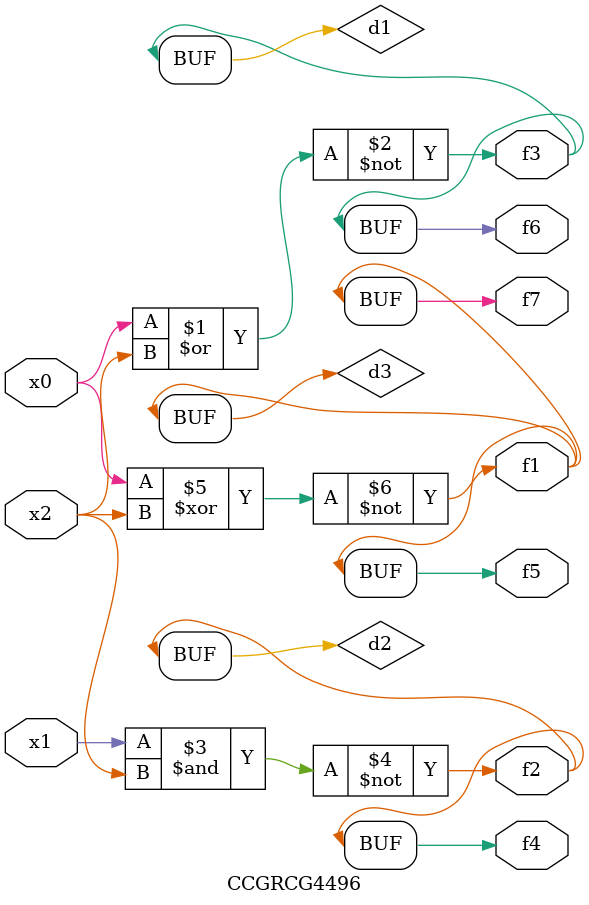
<source format=v>
module CCGRCG4496(
	input x0, x1, x2,
	output f1, f2, f3, f4, f5, f6, f7
);

	wire d1, d2, d3;

	nor (d1, x0, x2);
	nand (d2, x1, x2);
	xnor (d3, x0, x2);
	assign f1 = d3;
	assign f2 = d2;
	assign f3 = d1;
	assign f4 = d2;
	assign f5 = d3;
	assign f6 = d1;
	assign f7 = d3;
endmodule

</source>
